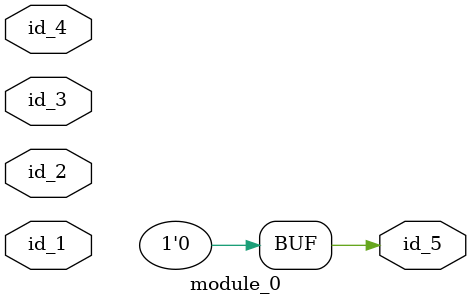
<source format=v>
module module_0 (
    id_1,
    id_2,
    id_3,
    id_4,
    id_5
);
  output id_5;
  inout id_4;
  input id_3;
  input id_2;
  inout id_1;
  assign id_5 = 1'b0;
endmodule

</source>
